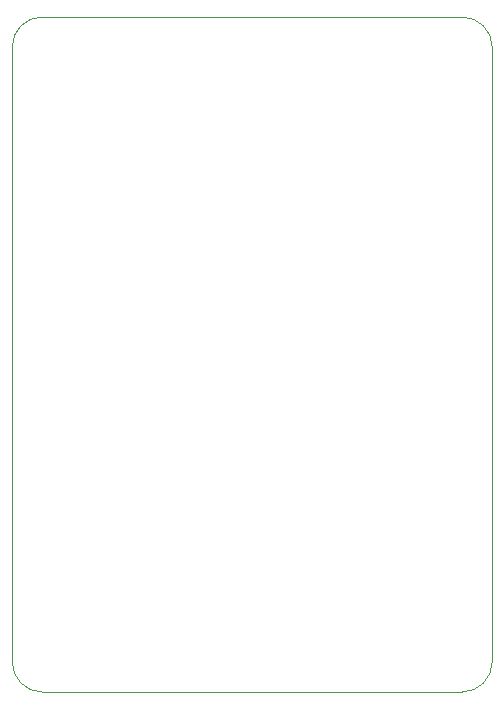
<source format=gm1>
G04 Layer_Color=16711935*
%FSLAX25Y25*%
%MOIN*%
G70*
G01*
G75*
%ADD42C,0.00100*%
D42*
X160000Y475000D02*
G03*
X150000Y465000I0J-10000D01*
G01*
X310000D02*
G03*
X300000Y475000I-10000J0D01*
G01*
Y250000D02*
G03*
X310000Y260000I0J10000D01*
G01*
X150000D02*
G03*
X160000Y250000I10000J0D01*
G01*
Y475000D02*
X300000D01*
X160000Y250000D02*
X300000D01*
X150000Y260000D02*
Y465000D01*
X310000Y260000D02*
Y465000D01*
M02*

</source>
